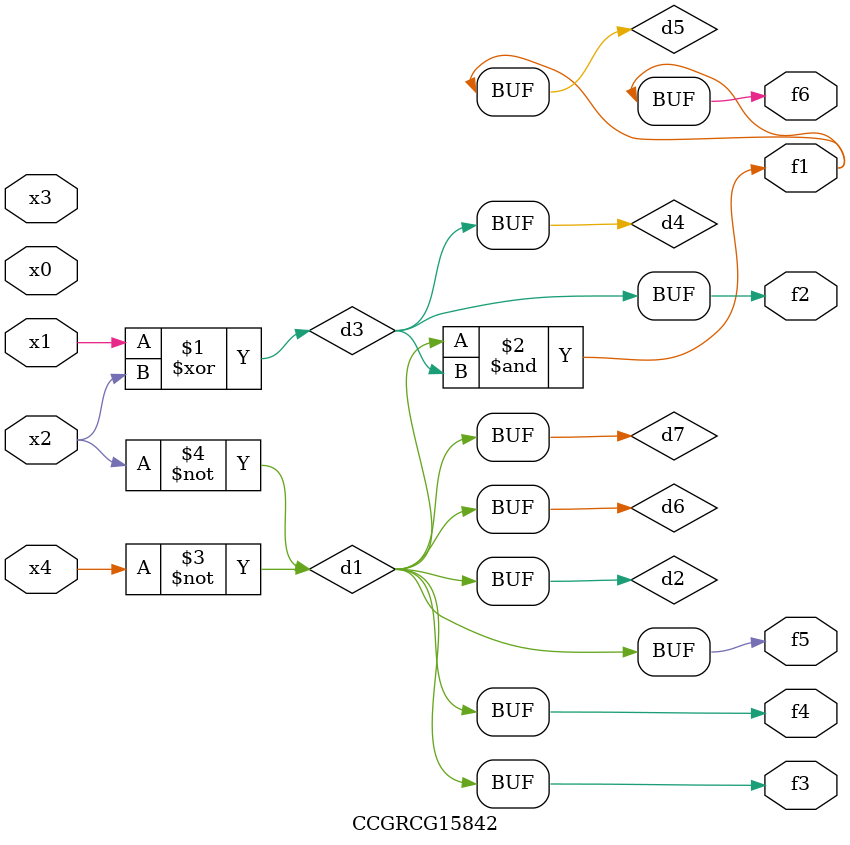
<source format=v>
module CCGRCG15842(
	input x0, x1, x2, x3, x4,
	output f1, f2, f3, f4, f5, f6
);

	wire d1, d2, d3, d4, d5, d6, d7;

	not (d1, x4);
	not (d2, x2);
	xor (d3, x1, x2);
	buf (d4, d3);
	and (d5, d1, d3);
	buf (d6, d1, d2);
	buf (d7, d2);
	assign f1 = d5;
	assign f2 = d4;
	assign f3 = d7;
	assign f4 = d7;
	assign f5 = d7;
	assign f6 = d5;
endmodule

</source>
